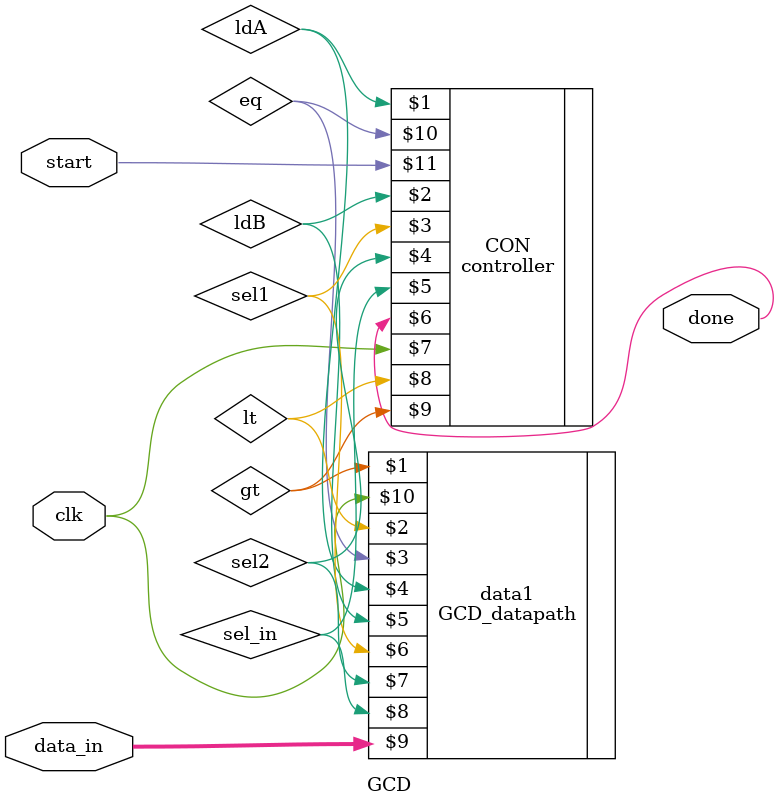
<source format=v>
module GCD(data_in,start,done,clk);
input [15 :0] data_in;
input start,clk;
output done;
controller CON(ldA,ldB,sel1,sel2,sel_in,done,clk,lt,gt,eq,start);
GCD_datapath data1(gt,lt,eq,ldA,ldB,sel1,sel2,sel_in,data_in,clk);
endmodule

</source>
